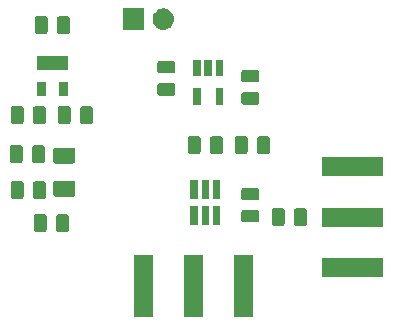
<source format=gbr>
G04 #@! TF.GenerationSoftware,KiCad,Pcbnew,(5.1.4)-1*
G04 #@! TF.CreationDate,2019-09-17T16:36:48-04:00*
G04 #@! TF.ProjectId,amplifier,616d706c-6966-4696-9572-2e6b69636164,rev?*
G04 #@! TF.SameCoordinates,Original*
G04 #@! TF.FileFunction,Soldermask,Top*
G04 #@! TF.FilePolarity,Negative*
%FSLAX46Y46*%
G04 Gerber Fmt 4.6, Leading zero omitted, Abs format (unit mm)*
G04 Created by KiCad (PCBNEW (5.1.4)-1) date 2019-09-17 16:36:48*
%MOMM*%
%LPD*%
G04 APERTURE LIST*
%ADD10C,0.100000*%
G04 APERTURE END LIST*
D10*
G36*
X126091000Y-87427000D02*
G01*
X124489000Y-87427000D01*
X124489000Y-82245000D01*
X126091000Y-82245000D01*
X126091000Y-87427000D01*
X126091000Y-87427000D01*
G37*
G36*
X134591000Y-87427000D02*
G01*
X132989000Y-87427000D01*
X132989000Y-82245000D01*
X134591000Y-82245000D01*
X134591000Y-87427000D01*
X134591000Y-87427000D01*
G37*
G36*
X130341000Y-87427000D02*
G01*
X128739000Y-87427000D01*
X128739000Y-82245000D01*
X130341000Y-82245000D01*
X130341000Y-87427000D01*
X130341000Y-87427000D01*
G37*
G36*
X145593000Y-84045000D02*
G01*
X140411000Y-84045000D01*
X140411000Y-82443000D01*
X145593000Y-82443000D01*
X145593000Y-84045000D01*
X145593000Y-84045000D01*
G37*
G36*
X118832968Y-78755565D02*
G01*
X118871638Y-78767296D01*
X118907277Y-78786346D01*
X118938517Y-78811983D01*
X118964154Y-78843223D01*
X118983204Y-78878862D01*
X118994935Y-78917532D01*
X118999500Y-78963888D01*
X118999500Y-80040112D01*
X118994935Y-80086468D01*
X118983204Y-80125138D01*
X118964154Y-80160777D01*
X118938517Y-80192017D01*
X118907277Y-80217654D01*
X118871638Y-80236704D01*
X118832968Y-80248435D01*
X118786612Y-80253000D01*
X118135388Y-80253000D01*
X118089032Y-80248435D01*
X118050362Y-80236704D01*
X118014723Y-80217654D01*
X117983483Y-80192017D01*
X117957846Y-80160777D01*
X117938796Y-80125138D01*
X117927065Y-80086468D01*
X117922500Y-80040112D01*
X117922500Y-78963888D01*
X117927065Y-78917532D01*
X117938796Y-78878862D01*
X117957846Y-78843223D01*
X117983483Y-78811983D01*
X118014723Y-78786346D01*
X118050362Y-78767296D01*
X118089032Y-78755565D01*
X118135388Y-78751000D01*
X118786612Y-78751000D01*
X118832968Y-78755565D01*
X118832968Y-78755565D01*
G37*
G36*
X116957968Y-78755565D02*
G01*
X116996638Y-78767296D01*
X117032277Y-78786346D01*
X117063517Y-78811983D01*
X117089154Y-78843223D01*
X117108204Y-78878862D01*
X117119935Y-78917532D01*
X117124500Y-78963888D01*
X117124500Y-80040112D01*
X117119935Y-80086468D01*
X117108204Y-80125138D01*
X117089154Y-80160777D01*
X117063517Y-80192017D01*
X117032277Y-80217654D01*
X116996638Y-80236704D01*
X116957968Y-80248435D01*
X116911612Y-80253000D01*
X116260388Y-80253000D01*
X116214032Y-80248435D01*
X116175362Y-80236704D01*
X116139723Y-80217654D01*
X116108483Y-80192017D01*
X116082846Y-80160777D01*
X116063796Y-80125138D01*
X116052065Y-80086468D01*
X116047500Y-80040112D01*
X116047500Y-78963888D01*
X116052065Y-78917532D01*
X116063796Y-78878862D01*
X116082846Y-78843223D01*
X116108483Y-78811983D01*
X116139723Y-78786346D01*
X116175362Y-78767296D01*
X116214032Y-78755565D01*
X116260388Y-78751000D01*
X116911612Y-78751000D01*
X116957968Y-78755565D01*
X116957968Y-78755565D01*
G37*
G36*
X145593000Y-79795000D02*
G01*
X140411000Y-79795000D01*
X140411000Y-78193000D01*
X145593000Y-78193000D01*
X145593000Y-79795000D01*
X145593000Y-79795000D01*
G37*
G36*
X138977468Y-78247565D02*
G01*
X139016138Y-78259296D01*
X139051777Y-78278346D01*
X139083017Y-78303983D01*
X139108654Y-78335223D01*
X139127704Y-78370862D01*
X139139435Y-78409532D01*
X139144000Y-78455888D01*
X139144000Y-79532112D01*
X139139435Y-79578468D01*
X139127704Y-79617138D01*
X139108654Y-79652777D01*
X139083017Y-79684017D01*
X139051777Y-79709654D01*
X139016138Y-79728704D01*
X138977468Y-79740435D01*
X138931112Y-79745000D01*
X138279888Y-79745000D01*
X138233532Y-79740435D01*
X138194862Y-79728704D01*
X138159223Y-79709654D01*
X138127983Y-79684017D01*
X138102346Y-79652777D01*
X138083296Y-79617138D01*
X138071565Y-79578468D01*
X138067000Y-79532112D01*
X138067000Y-78455888D01*
X138071565Y-78409532D01*
X138083296Y-78370862D01*
X138102346Y-78335223D01*
X138127983Y-78303983D01*
X138159223Y-78278346D01*
X138194862Y-78259296D01*
X138233532Y-78247565D01*
X138279888Y-78243000D01*
X138931112Y-78243000D01*
X138977468Y-78247565D01*
X138977468Y-78247565D01*
G37*
G36*
X137102468Y-78247565D02*
G01*
X137141138Y-78259296D01*
X137176777Y-78278346D01*
X137208017Y-78303983D01*
X137233654Y-78335223D01*
X137252704Y-78370862D01*
X137264435Y-78409532D01*
X137269000Y-78455888D01*
X137269000Y-79532112D01*
X137264435Y-79578468D01*
X137252704Y-79617138D01*
X137233654Y-79652777D01*
X137208017Y-79684017D01*
X137176777Y-79709654D01*
X137141138Y-79728704D01*
X137102468Y-79740435D01*
X137056112Y-79745000D01*
X136404888Y-79745000D01*
X136358532Y-79740435D01*
X136319862Y-79728704D01*
X136284223Y-79709654D01*
X136252983Y-79684017D01*
X136227346Y-79652777D01*
X136208296Y-79617138D01*
X136196565Y-79578468D01*
X136192000Y-79532112D01*
X136192000Y-78455888D01*
X136196565Y-78409532D01*
X136208296Y-78370862D01*
X136227346Y-78335223D01*
X136252983Y-78303983D01*
X136284223Y-78278346D01*
X136319862Y-78259296D01*
X136358532Y-78247565D01*
X136404888Y-78243000D01*
X137056112Y-78243000D01*
X137102468Y-78247565D01*
X137102468Y-78247565D01*
G37*
G36*
X131822401Y-79630600D02*
G01*
X131189601Y-79630600D01*
X131189601Y-78017400D01*
X131822401Y-78017400D01*
X131822401Y-79630600D01*
X131822401Y-79630600D01*
G37*
G36*
X130872400Y-79630600D02*
G01*
X130239600Y-79630600D01*
X130239600Y-78017400D01*
X130872400Y-78017400D01*
X130872400Y-79630600D01*
X130872400Y-79630600D01*
G37*
G36*
X129922399Y-79630600D02*
G01*
X129289599Y-79630600D01*
X129289599Y-78017400D01*
X129922399Y-78017400D01*
X129922399Y-79630600D01*
X129922399Y-79630600D01*
G37*
G36*
X134950468Y-78381565D02*
G01*
X134989138Y-78393296D01*
X135024777Y-78412346D01*
X135056017Y-78437983D01*
X135081654Y-78469223D01*
X135100704Y-78504862D01*
X135112435Y-78543532D01*
X135117000Y-78589888D01*
X135117000Y-79241112D01*
X135112435Y-79287468D01*
X135100704Y-79326138D01*
X135081654Y-79361777D01*
X135056017Y-79393017D01*
X135024777Y-79418654D01*
X134989138Y-79437704D01*
X134950468Y-79449435D01*
X134904112Y-79454000D01*
X133827888Y-79454000D01*
X133781532Y-79449435D01*
X133742862Y-79437704D01*
X133707223Y-79418654D01*
X133675983Y-79393017D01*
X133650346Y-79361777D01*
X133631296Y-79326138D01*
X133619565Y-79287468D01*
X133615000Y-79241112D01*
X133615000Y-78589888D01*
X133619565Y-78543532D01*
X133631296Y-78504862D01*
X133650346Y-78469223D01*
X133675983Y-78437983D01*
X133707223Y-78412346D01*
X133742862Y-78393296D01*
X133781532Y-78381565D01*
X133827888Y-78377000D01*
X134904112Y-78377000D01*
X134950468Y-78381565D01*
X134950468Y-78381565D01*
G37*
G36*
X134950468Y-76506565D02*
G01*
X134989138Y-76518296D01*
X135024777Y-76537346D01*
X135056017Y-76562983D01*
X135081654Y-76594223D01*
X135100704Y-76629862D01*
X135112435Y-76668532D01*
X135117000Y-76714888D01*
X135117000Y-77366112D01*
X135112435Y-77412468D01*
X135100704Y-77451138D01*
X135081654Y-77486777D01*
X135056017Y-77518017D01*
X135024777Y-77543654D01*
X134989138Y-77562704D01*
X134950468Y-77574435D01*
X134904112Y-77579000D01*
X133827888Y-77579000D01*
X133781532Y-77574435D01*
X133742862Y-77562704D01*
X133707223Y-77543654D01*
X133675983Y-77518017D01*
X133650346Y-77486777D01*
X133631296Y-77451138D01*
X133619565Y-77412468D01*
X133615000Y-77366112D01*
X133615000Y-76714888D01*
X133619565Y-76668532D01*
X133631296Y-76629862D01*
X133650346Y-76594223D01*
X133675983Y-76562983D01*
X133707223Y-76537346D01*
X133742862Y-76518296D01*
X133781532Y-76506565D01*
X133827888Y-76502000D01*
X134904112Y-76502000D01*
X134950468Y-76506565D01*
X134950468Y-76506565D01*
G37*
G36*
X116879468Y-75961565D02*
G01*
X116918138Y-75973296D01*
X116953777Y-75992346D01*
X116985017Y-76017983D01*
X117010654Y-76049223D01*
X117029704Y-76084862D01*
X117041435Y-76123532D01*
X117046000Y-76169888D01*
X117046000Y-77246112D01*
X117041435Y-77292468D01*
X117029704Y-77331138D01*
X117010654Y-77366777D01*
X116985017Y-77398017D01*
X116953777Y-77423654D01*
X116918138Y-77442704D01*
X116879468Y-77454435D01*
X116833112Y-77459000D01*
X116181888Y-77459000D01*
X116135532Y-77454435D01*
X116096862Y-77442704D01*
X116061223Y-77423654D01*
X116029983Y-77398017D01*
X116004346Y-77366777D01*
X115985296Y-77331138D01*
X115973565Y-77292468D01*
X115969000Y-77246112D01*
X115969000Y-76169888D01*
X115973565Y-76123532D01*
X115985296Y-76084862D01*
X116004346Y-76049223D01*
X116029983Y-76017983D01*
X116061223Y-75992346D01*
X116096862Y-75973296D01*
X116135532Y-75961565D01*
X116181888Y-75957000D01*
X116833112Y-75957000D01*
X116879468Y-75961565D01*
X116879468Y-75961565D01*
G37*
G36*
X115004468Y-75961565D02*
G01*
X115043138Y-75973296D01*
X115078777Y-75992346D01*
X115110017Y-76017983D01*
X115135654Y-76049223D01*
X115154704Y-76084862D01*
X115166435Y-76123532D01*
X115171000Y-76169888D01*
X115171000Y-77246112D01*
X115166435Y-77292468D01*
X115154704Y-77331138D01*
X115135654Y-77366777D01*
X115110017Y-77398017D01*
X115078777Y-77423654D01*
X115043138Y-77442704D01*
X115004468Y-77454435D01*
X114958112Y-77459000D01*
X114306888Y-77459000D01*
X114260532Y-77454435D01*
X114221862Y-77442704D01*
X114186223Y-77423654D01*
X114154983Y-77398017D01*
X114129346Y-77366777D01*
X114110296Y-77331138D01*
X114098565Y-77292468D01*
X114094000Y-77246112D01*
X114094000Y-76169888D01*
X114098565Y-76123532D01*
X114110296Y-76084862D01*
X114129346Y-76049223D01*
X114154983Y-76017983D01*
X114186223Y-75992346D01*
X114221862Y-75973296D01*
X114260532Y-75961565D01*
X114306888Y-75957000D01*
X114958112Y-75957000D01*
X115004468Y-75961565D01*
X115004468Y-75961565D01*
G37*
G36*
X129922399Y-77430600D02*
G01*
X129289599Y-77430600D01*
X129289599Y-75817400D01*
X129922399Y-75817400D01*
X129922399Y-77430600D01*
X129922399Y-77430600D01*
G37*
G36*
X131822401Y-77430600D02*
G01*
X131189601Y-77430600D01*
X131189601Y-75817400D01*
X131822401Y-75817400D01*
X131822401Y-77430600D01*
X131822401Y-77430600D01*
G37*
G36*
X130872400Y-77430600D02*
G01*
X130239600Y-77430600D01*
X130239600Y-75817400D01*
X130872400Y-75817400D01*
X130872400Y-77430600D01*
X130872400Y-77430600D01*
G37*
G36*
X119386604Y-75912347D02*
G01*
X119423144Y-75923432D01*
X119456821Y-75941433D01*
X119486341Y-75965659D01*
X119510567Y-75995179D01*
X119528568Y-76028856D01*
X119539653Y-76065396D01*
X119544000Y-76109538D01*
X119544000Y-77058462D01*
X119539653Y-77102604D01*
X119528568Y-77139144D01*
X119510567Y-77172821D01*
X119486341Y-77202341D01*
X119456821Y-77226567D01*
X119423144Y-77244568D01*
X119386604Y-77255653D01*
X119342462Y-77260000D01*
X117893538Y-77260000D01*
X117849396Y-77255653D01*
X117812856Y-77244568D01*
X117779179Y-77226567D01*
X117749659Y-77202341D01*
X117725433Y-77172821D01*
X117707432Y-77139144D01*
X117696347Y-77102604D01*
X117692000Y-77058462D01*
X117692000Y-76109538D01*
X117696347Y-76065396D01*
X117707432Y-76028856D01*
X117725433Y-75995179D01*
X117749659Y-75965659D01*
X117779179Y-75941433D01*
X117812856Y-75923432D01*
X117849396Y-75912347D01*
X117893538Y-75908000D01*
X119342462Y-75908000D01*
X119386604Y-75912347D01*
X119386604Y-75912347D01*
G37*
G36*
X145593000Y-75545000D02*
G01*
X140411000Y-75545000D01*
X140411000Y-73943000D01*
X145593000Y-73943000D01*
X145593000Y-75545000D01*
X145593000Y-75545000D01*
G37*
G36*
X119386604Y-73112347D02*
G01*
X119423144Y-73123432D01*
X119456821Y-73141433D01*
X119486341Y-73165659D01*
X119510567Y-73195179D01*
X119528568Y-73228856D01*
X119539653Y-73265396D01*
X119544000Y-73309538D01*
X119544000Y-74258462D01*
X119539653Y-74302604D01*
X119528568Y-74339144D01*
X119510567Y-74372821D01*
X119486341Y-74402341D01*
X119456821Y-74426567D01*
X119423144Y-74444568D01*
X119386604Y-74455653D01*
X119342462Y-74460000D01*
X117893538Y-74460000D01*
X117849396Y-74455653D01*
X117812856Y-74444568D01*
X117779179Y-74426567D01*
X117749659Y-74402341D01*
X117725433Y-74372821D01*
X117707432Y-74339144D01*
X117696347Y-74302604D01*
X117692000Y-74258462D01*
X117692000Y-73309538D01*
X117696347Y-73265396D01*
X117707432Y-73228856D01*
X117725433Y-73195179D01*
X117749659Y-73165659D01*
X117779179Y-73141433D01*
X117812856Y-73123432D01*
X117849396Y-73112347D01*
X117893538Y-73108000D01*
X119342462Y-73108000D01*
X119386604Y-73112347D01*
X119386604Y-73112347D01*
G37*
G36*
X116800968Y-72913565D02*
G01*
X116839638Y-72925296D01*
X116875277Y-72944346D01*
X116906517Y-72969983D01*
X116932154Y-73001223D01*
X116951204Y-73036862D01*
X116962935Y-73075532D01*
X116967500Y-73121888D01*
X116967500Y-74198112D01*
X116962935Y-74244468D01*
X116951204Y-74283138D01*
X116932154Y-74318777D01*
X116906517Y-74350017D01*
X116875277Y-74375654D01*
X116839638Y-74394704D01*
X116800968Y-74406435D01*
X116754612Y-74411000D01*
X116103388Y-74411000D01*
X116057032Y-74406435D01*
X116018362Y-74394704D01*
X115982723Y-74375654D01*
X115951483Y-74350017D01*
X115925846Y-74318777D01*
X115906796Y-74283138D01*
X115895065Y-74244468D01*
X115890500Y-74198112D01*
X115890500Y-73121888D01*
X115895065Y-73075532D01*
X115906796Y-73036862D01*
X115925846Y-73001223D01*
X115951483Y-72969983D01*
X115982723Y-72944346D01*
X116018362Y-72925296D01*
X116057032Y-72913565D01*
X116103388Y-72909000D01*
X116754612Y-72909000D01*
X116800968Y-72913565D01*
X116800968Y-72913565D01*
G37*
G36*
X114925968Y-72913565D02*
G01*
X114964638Y-72925296D01*
X115000277Y-72944346D01*
X115031517Y-72969983D01*
X115057154Y-73001223D01*
X115076204Y-73036862D01*
X115087935Y-73075532D01*
X115092500Y-73121888D01*
X115092500Y-74198112D01*
X115087935Y-74244468D01*
X115076204Y-74283138D01*
X115057154Y-74318777D01*
X115031517Y-74350017D01*
X115000277Y-74375654D01*
X114964638Y-74394704D01*
X114925968Y-74406435D01*
X114879612Y-74411000D01*
X114228388Y-74411000D01*
X114182032Y-74406435D01*
X114143362Y-74394704D01*
X114107723Y-74375654D01*
X114076483Y-74350017D01*
X114050846Y-74318777D01*
X114031796Y-74283138D01*
X114020065Y-74244468D01*
X114015500Y-74198112D01*
X114015500Y-73121888D01*
X114020065Y-73075532D01*
X114031796Y-73036862D01*
X114050846Y-73001223D01*
X114076483Y-72969983D01*
X114107723Y-72944346D01*
X114143362Y-72925296D01*
X114182032Y-72913565D01*
X114228388Y-72909000D01*
X114879612Y-72909000D01*
X114925968Y-72913565D01*
X114925968Y-72913565D01*
G37*
G36*
X129990468Y-72151565D02*
G01*
X130029138Y-72163296D01*
X130064777Y-72182346D01*
X130096017Y-72207983D01*
X130121654Y-72239223D01*
X130140704Y-72274862D01*
X130152435Y-72313532D01*
X130157000Y-72359888D01*
X130157000Y-73436112D01*
X130152435Y-73482468D01*
X130140704Y-73521138D01*
X130121654Y-73556777D01*
X130096017Y-73588017D01*
X130064777Y-73613654D01*
X130029138Y-73632704D01*
X129990468Y-73644435D01*
X129944112Y-73649000D01*
X129292888Y-73649000D01*
X129246532Y-73644435D01*
X129207862Y-73632704D01*
X129172223Y-73613654D01*
X129140983Y-73588017D01*
X129115346Y-73556777D01*
X129096296Y-73521138D01*
X129084565Y-73482468D01*
X129080000Y-73436112D01*
X129080000Y-72359888D01*
X129084565Y-72313532D01*
X129096296Y-72274862D01*
X129115346Y-72239223D01*
X129140983Y-72207983D01*
X129172223Y-72182346D01*
X129207862Y-72163296D01*
X129246532Y-72151565D01*
X129292888Y-72147000D01*
X129944112Y-72147000D01*
X129990468Y-72151565D01*
X129990468Y-72151565D01*
G37*
G36*
X135850968Y-72151565D02*
G01*
X135889638Y-72163296D01*
X135925277Y-72182346D01*
X135956517Y-72207983D01*
X135982154Y-72239223D01*
X136001204Y-72274862D01*
X136012935Y-72313532D01*
X136017500Y-72359888D01*
X136017500Y-73436112D01*
X136012935Y-73482468D01*
X136001204Y-73521138D01*
X135982154Y-73556777D01*
X135956517Y-73588017D01*
X135925277Y-73613654D01*
X135889638Y-73632704D01*
X135850968Y-73644435D01*
X135804612Y-73649000D01*
X135153388Y-73649000D01*
X135107032Y-73644435D01*
X135068362Y-73632704D01*
X135032723Y-73613654D01*
X135001483Y-73588017D01*
X134975846Y-73556777D01*
X134956796Y-73521138D01*
X134945065Y-73482468D01*
X134940500Y-73436112D01*
X134940500Y-72359888D01*
X134945065Y-72313532D01*
X134956796Y-72274862D01*
X134975846Y-72239223D01*
X135001483Y-72207983D01*
X135032723Y-72182346D01*
X135068362Y-72163296D01*
X135107032Y-72151565D01*
X135153388Y-72147000D01*
X135804612Y-72147000D01*
X135850968Y-72151565D01*
X135850968Y-72151565D01*
G37*
G36*
X131865468Y-72151565D02*
G01*
X131904138Y-72163296D01*
X131939777Y-72182346D01*
X131971017Y-72207983D01*
X131996654Y-72239223D01*
X132015704Y-72274862D01*
X132027435Y-72313532D01*
X132032000Y-72359888D01*
X132032000Y-73436112D01*
X132027435Y-73482468D01*
X132015704Y-73521138D01*
X131996654Y-73556777D01*
X131971017Y-73588017D01*
X131939777Y-73613654D01*
X131904138Y-73632704D01*
X131865468Y-73644435D01*
X131819112Y-73649000D01*
X131167888Y-73649000D01*
X131121532Y-73644435D01*
X131082862Y-73632704D01*
X131047223Y-73613654D01*
X131015983Y-73588017D01*
X130990346Y-73556777D01*
X130971296Y-73521138D01*
X130959565Y-73482468D01*
X130955000Y-73436112D01*
X130955000Y-72359888D01*
X130959565Y-72313532D01*
X130971296Y-72274862D01*
X130990346Y-72239223D01*
X131015983Y-72207983D01*
X131047223Y-72182346D01*
X131082862Y-72163296D01*
X131121532Y-72151565D01*
X131167888Y-72147000D01*
X131819112Y-72147000D01*
X131865468Y-72151565D01*
X131865468Y-72151565D01*
G37*
G36*
X133975968Y-72151565D02*
G01*
X134014638Y-72163296D01*
X134050277Y-72182346D01*
X134081517Y-72207983D01*
X134107154Y-72239223D01*
X134126204Y-72274862D01*
X134137935Y-72313532D01*
X134142500Y-72359888D01*
X134142500Y-73436112D01*
X134137935Y-73482468D01*
X134126204Y-73521138D01*
X134107154Y-73556777D01*
X134081517Y-73588017D01*
X134050277Y-73613654D01*
X134014638Y-73632704D01*
X133975968Y-73644435D01*
X133929612Y-73649000D01*
X133278388Y-73649000D01*
X133232032Y-73644435D01*
X133193362Y-73632704D01*
X133157723Y-73613654D01*
X133126483Y-73588017D01*
X133100846Y-73556777D01*
X133081796Y-73521138D01*
X133070065Y-73482468D01*
X133065500Y-73436112D01*
X133065500Y-72359888D01*
X133070065Y-72313532D01*
X133081796Y-72274862D01*
X133100846Y-72239223D01*
X133126483Y-72207983D01*
X133157723Y-72182346D01*
X133193362Y-72163296D01*
X133232032Y-72151565D01*
X133278388Y-72147000D01*
X133929612Y-72147000D01*
X133975968Y-72151565D01*
X133975968Y-72151565D01*
G37*
G36*
X115004468Y-69611565D02*
G01*
X115043138Y-69623296D01*
X115078777Y-69642346D01*
X115110017Y-69667983D01*
X115135654Y-69699223D01*
X115154704Y-69734862D01*
X115166435Y-69773532D01*
X115171000Y-69819888D01*
X115171000Y-70896112D01*
X115166435Y-70942468D01*
X115154704Y-70981138D01*
X115135654Y-71016777D01*
X115110017Y-71048017D01*
X115078777Y-71073654D01*
X115043138Y-71092704D01*
X115004468Y-71104435D01*
X114958112Y-71109000D01*
X114306888Y-71109000D01*
X114260532Y-71104435D01*
X114221862Y-71092704D01*
X114186223Y-71073654D01*
X114154983Y-71048017D01*
X114129346Y-71016777D01*
X114110296Y-70981138D01*
X114098565Y-70942468D01*
X114094000Y-70896112D01*
X114094000Y-69819888D01*
X114098565Y-69773532D01*
X114110296Y-69734862D01*
X114129346Y-69699223D01*
X114154983Y-69667983D01*
X114186223Y-69642346D01*
X114221862Y-69623296D01*
X114260532Y-69611565D01*
X114306888Y-69607000D01*
X114958112Y-69607000D01*
X115004468Y-69611565D01*
X115004468Y-69611565D01*
G37*
G36*
X120864968Y-69611565D02*
G01*
X120903638Y-69623296D01*
X120939277Y-69642346D01*
X120970517Y-69667983D01*
X120996154Y-69699223D01*
X121015204Y-69734862D01*
X121026935Y-69773532D01*
X121031500Y-69819888D01*
X121031500Y-70896112D01*
X121026935Y-70942468D01*
X121015204Y-70981138D01*
X120996154Y-71016777D01*
X120970517Y-71048017D01*
X120939277Y-71073654D01*
X120903638Y-71092704D01*
X120864968Y-71104435D01*
X120818612Y-71109000D01*
X120167388Y-71109000D01*
X120121032Y-71104435D01*
X120082362Y-71092704D01*
X120046723Y-71073654D01*
X120015483Y-71048017D01*
X119989846Y-71016777D01*
X119970796Y-70981138D01*
X119959065Y-70942468D01*
X119954500Y-70896112D01*
X119954500Y-69819888D01*
X119959065Y-69773532D01*
X119970796Y-69734862D01*
X119989846Y-69699223D01*
X120015483Y-69667983D01*
X120046723Y-69642346D01*
X120082362Y-69623296D01*
X120121032Y-69611565D01*
X120167388Y-69607000D01*
X120818612Y-69607000D01*
X120864968Y-69611565D01*
X120864968Y-69611565D01*
G37*
G36*
X116879468Y-69611565D02*
G01*
X116918138Y-69623296D01*
X116953777Y-69642346D01*
X116985017Y-69667983D01*
X117010654Y-69699223D01*
X117029704Y-69734862D01*
X117041435Y-69773532D01*
X117046000Y-69819888D01*
X117046000Y-70896112D01*
X117041435Y-70942468D01*
X117029704Y-70981138D01*
X117010654Y-71016777D01*
X116985017Y-71048017D01*
X116953777Y-71073654D01*
X116918138Y-71092704D01*
X116879468Y-71104435D01*
X116833112Y-71109000D01*
X116181888Y-71109000D01*
X116135532Y-71104435D01*
X116096862Y-71092704D01*
X116061223Y-71073654D01*
X116029983Y-71048017D01*
X116004346Y-71016777D01*
X115985296Y-70981138D01*
X115973565Y-70942468D01*
X115969000Y-70896112D01*
X115969000Y-69819888D01*
X115973565Y-69773532D01*
X115985296Y-69734862D01*
X116004346Y-69699223D01*
X116029983Y-69667983D01*
X116061223Y-69642346D01*
X116096862Y-69623296D01*
X116135532Y-69611565D01*
X116181888Y-69607000D01*
X116833112Y-69607000D01*
X116879468Y-69611565D01*
X116879468Y-69611565D01*
G37*
G36*
X118989968Y-69611565D02*
G01*
X119028638Y-69623296D01*
X119064277Y-69642346D01*
X119095517Y-69667983D01*
X119121154Y-69699223D01*
X119140204Y-69734862D01*
X119151935Y-69773532D01*
X119156500Y-69819888D01*
X119156500Y-70896112D01*
X119151935Y-70942468D01*
X119140204Y-70981138D01*
X119121154Y-71016777D01*
X119095517Y-71048017D01*
X119064277Y-71073654D01*
X119028638Y-71092704D01*
X118989968Y-71104435D01*
X118943612Y-71109000D01*
X118292388Y-71109000D01*
X118246032Y-71104435D01*
X118207362Y-71092704D01*
X118171723Y-71073654D01*
X118140483Y-71048017D01*
X118114846Y-71016777D01*
X118095796Y-70981138D01*
X118084065Y-70942468D01*
X118079500Y-70896112D01*
X118079500Y-69819888D01*
X118084065Y-69773532D01*
X118095796Y-69734862D01*
X118114846Y-69699223D01*
X118140483Y-69667983D01*
X118171723Y-69642346D01*
X118207362Y-69623296D01*
X118246032Y-69611565D01*
X118292388Y-69607000D01*
X118943612Y-69607000D01*
X118989968Y-69611565D01*
X118989968Y-69611565D01*
G37*
G36*
X134950468Y-68397065D02*
G01*
X134989138Y-68408796D01*
X135024777Y-68427846D01*
X135056017Y-68453483D01*
X135081654Y-68484723D01*
X135100704Y-68520362D01*
X135112435Y-68559032D01*
X135117000Y-68605388D01*
X135117000Y-69256612D01*
X135112435Y-69302968D01*
X135100704Y-69341638D01*
X135081654Y-69377277D01*
X135056017Y-69408517D01*
X135024777Y-69434154D01*
X134989138Y-69453204D01*
X134950468Y-69464935D01*
X134904112Y-69469500D01*
X133827888Y-69469500D01*
X133781532Y-69464935D01*
X133742862Y-69453204D01*
X133707223Y-69434154D01*
X133675983Y-69408517D01*
X133650346Y-69377277D01*
X133631296Y-69341638D01*
X133619565Y-69302968D01*
X133615000Y-69256612D01*
X133615000Y-68605388D01*
X133619565Y-68559032D01*
X133631296Y-68520362D01*
X133650346Y-68484723D01*
X133675983Y-68453483D01*
X133707223Y-68427846D01*
X133742862Y-68408796D01*
X133781532Y-68397065D01*
X133827888Y-68392500D01*
X134904112Y-68392500D01*
X134950468Y-68397065D01*
X134950468Y-68397065D01*
G37*
G36*
X132092900Y-69469200D02*
G01*
X131432100Y-69469200D01*
X131432100Y-68097200D01*
X132092900Y-68097200D01*
X132092900Y-69469200D01*
X132092900Y-69469200D01*
G37*
G36*
X130187900Y-69469200D02*
G01*
X129527100Y-69469200D01*
X129527100Y-68097200D01*
X130187900Y-68097200D01*
X130187900Y-69469200D01*
X130187900Y-69469200D01*
G37*
G36*
X118928000Y-68737000D02*
G01*
X118176000Y-68737000D01*
X118176000Y-67575000D01*
X118928000Y-67575000D01*
X118928000Y-68737000D01*
X118928000Y-68737000D01*
G37*
G36*
X117028000Y-68737000D02*
G01*
X116276000Y-68737000D01*
X116276000Y-67575000D01*
X117028000Y-67575000D01*
X117028000Y-68737000D01*
X117028000Y-68737000D01*
G37*
G36*
X127838468Y-67635065D02*
G01*
X127877138Y-67646796D01*
X127912777Y-67665846D01*
X127944017Y-67691483D01*
X127969654Y-67722723D01*
X127988704Y-67758362D01*
X128000435Y-67797032D01*
X128005000Y-67843388D01*
X128005000Y-68494612D01*
X128000435Y-68540968D01*
X127988704Y-68579638D01*
X127969654Y-68615277D01*
X127944017Y-68646517D01*
X127912777Y-68672154D01*
X127877138Y-68691204D01*
X127838468Y-68702935D01*
X127792112Y-68707500D01*
X126715888Y-68707500D01*
X126669532Y-68702935D01*
X126630862Y-68691204D01*
X126595223Y-68672154D01*
X126563983Y-68646517D01*
X126538346Y-68615277D01*
X126519296Y-68579638D01*
X126507565Y-68540968D01*
X126503000Y-68494612D01*
X126503000Y-67843388D01*
X126507565Y-67797032D01*
X126519296Y-67758362D01*
X126538346Y-67722723D01*
X126563983Y-67691483D01*
X126595223Y-67665846D01*
X126630862Y-67646796D01*
X126669532Y-67635065D01*
X126715888Y-67630500D01*
X127792112Y-67630500D01*
X127838468Y-67635065D01*
X127838468Y-67635065D01*
G37*
G36*
X134950468Y-66522065D02*
G01*
X134989138Y-66533796D01*
X135024777Y-66552846D01*
X135056017Y-66578483D01*
X135081654Y-66609723D01*
X135100704Y-66645362D01*
X135112435Y-66684032D01*
X135117000Y-66730388D01*
X135117000Y-67381612D01*
X135112435Y-67427968D01*
X135100704Y-67466638D01*
X135081654Y-67502277D01*
X135056017Y-67533517D01*
X135024777Y-67559154D01*
X134989138Y-67578204D01*
X134950468Y-67589935D01*
X134904112Y-67594500D01*
X133827888Y-67594500D01*
X133781532Y-67589935D01*
X133742862Y-67578204D01*
X133707223Y-67559154D01*
X133675983Y-67533517D01*
X133650346Y-67502277D01*
X133631296Y-67466638D01*
X133619565Y-67427968D01*
X133615000Y-67381612D01*
X133615000Y-66730388D01*
X133619565Y-66684032D01*
X133631296Y-66645362D01*
X133650346Y-66609723D01*
X133675983Y-66578483D01*
X133707223Y-66552846D01*
X133742862Y-66533796D01*
X133781532Y-66522065D01*
X133827888Y-66517500D01*
X134904112Y-66517500D01*
X134950468Y-66522065D01*
X134950468Y-66522065D01*
G37*
G36*
X132092900Y-67030800D02*
G01*
X131432100Y-67030800D01*
X131432100Y-65658800D01*
X132092900Y-65658800D01*
X132092900Y-67030800D01*
X132092900Y-67030800D01*
G37*
G36*
X130187900Y-67030800D02*
G01*
X129527100Y-67030800D01*
X129527100Y-65658800D01*
X130187900Y-65658800D01*
X130187900Y-67030800D01*
X130187900Y-67030800D01*
G37*
G36*
X131140400Y-67030800D02*
G01*
X130479600Y-67030800D01*
X130479600Y-65658800D01*
X131140400Y-65658800D01*
X131140400Y-67030800D01*
X131140400Y-67030800D01*
G37*
G36*
X127838468Y-65760065D02*
G01*
X127877138Y-65771796D01*
X127912777Y-65790846D01*
X127944017Y-65816483D01*
X127969654Y-65847723D01*
X127988704Y-65883362D01*
X128000435Y-65922032D01*
X128005000Y-65968388D01*
X128005000Y-66619612D01*
X128000435Y-66665968D01*
X127988704Y-66704638D01*
X127969654Y-66740277D01*
X127944017Y-66771517D01*
X127912777Y-66797154D01*
X127877138Y-66816204D01*
X127838468Y-66827935D01*
X127792112Y-66832500D01*
X126715888Y-66832500D01*
X126669532Y-66827935D01*
X126630862Y-66816204D01*
X126595223Y-66797154D01*
X126563983Y-66771517D01*
X126538346Y-66740277D01*
X126519296Y-66704638D01*
X126507565Y-66665968D01*
X126503000Y-66619612D01*
X126503000Y-65968388D01*
X126507565Y-65922032D01*
X126519296Y-65883362D01*
X126538346Y-65847723D01*
X126563983Y-65816483D01*
X126595223Y-65790846D01*
X126630862Y-65771796D01*
X126669532Y-65760065D01*
X126715888Y-65755500D01*
X127792112Y-65755500D01*
X127838468Y-65760065D01*
X127838468Y-65760065D01*
G37*
G36*
X118928000Y-66537000D02*
G01*
X116276000Y-66537000D01*
X116276000Y-65375000D01*
X118928000Y-65375000D01*
X118928000Y-66537000D01*
X118928000Y-66537000D01*
G37*
G36*
X118911468Y-61991565D02*
G01*
X118950138Y-62003296D01*
X118985777Y-62022346D01*
X119017017Y-62047983D01*
X119042654Y-62079223D01*
X119061704Y-62114862D01*
X119073435Y-62153532D01*
X119078000Y-62199888D01*
X119078000Y-63276112D01*
X119073435Y-63322468D01*
X119061704Y-63361138D01*
X119042654Y-63396777D01*
X119017017Y-63428017D01*
X118985777Y-63453654D01*
X118950138Y-63472704D01*
X118911468Y-63484435D01*
X118865112Y-63489000D01*
X118213888Y-63489000D01*
X118167532Y-63484435D01*
X118128862Y-63472704D01*
X118093223Y-63453654D01*
X118061983Y-63428017D01*
X118036346Y-63396777D01*
X118017296Y-63361138D01*
X118005565Y-63322468D01*
X118001000Y-63276112D01*
X118001000Y-62199888D01*
X118005565Y-62153532D01*
X118017296Y-62114862D01*
X118036346Y-62079223D01*
X118061983Y-62047983D01*
X118093223Y-62022346D01*
X118128862Y-62003296D01*
X118167532Y-61991565D01*
X118213888Y-61987000D01*
X118865112Y-61987000D01*
X118911468Y-61991565D01*
X118911468Y-61991565D01*
G37*
G36*
X117036468Y-61991565D02*
G01*
X117075138Y-62003296D01*
X117110777Y-62022346D01*
X117142017Y-62047983D01*
X117167654Y-62079223D01*
X117186704Y-62114862D01*
X117198435Y-62153532D01*
X117203000Y-62199888D01*
X117203000Y-63276112D01*
X117198435Y-63322468D01*
X117186704Y-63361138D01*
X117167654Y-63396777D01*
X117142017Y-63428017D01*
X117110777Y-63453654D01*
X117075138Y-63472704D01*
X117036468Y-63484435D01*
X116990112Y-63489000D01*
X116338888Y-63489000D01*
X116292532Y-63484435D01*
X116253862Y-63472704D01*
X116218223Y-63453654D01*
X116186983Y-63428017D01*
X116161346Y-63396777D01*
X116142296Y-63361138D01*
X116130565Y-63322468D01*
X116126000Y-63276112D01*
X116126000Y-62199888D01*
X116130565Y-62153532D01*
X116142296Y-62114862D01*
X116161346Y-62079223D01*
X116186983Y-62047983D01*
X116218223Y-62022346D01*
X116253862Y-62003296D01*
X116292532Y-61991565D01*
X116338888Y-61987000D01*
X116990112Y-61987000D01*
X117036468Y-61991565D01*
X117036468Y-61991565D01*
G37*
G36*
X125361000Y-63131000D02*
G01*
X123559000Y-63131000D01*
X123559000Y-61329000D01*
X125361000Y-61329000D01*
X125361000Y-63131000D01*
X125361000Y-63131000D01*
G37*
G36*
X127110443Y-61335519D02*
G01*
X127176627Y-61342037D01*
X127346466Y-61393557D01*
X127502991Y-61477222D01*
X127538729Y-61506552D01*
X127640186Y-61589814D01*
X127723448Y-61691271D01*
X127752778Y-61727009D01*
X127836443Y-61883534D01*
X127887963Y-62053373D01*
X127905359Y-62230000D01*
X127887963Y-62406627D01*
X127836443Y-62576466D01*
X127752778Y-62732991D01*
X127723448Y-62768729D01*
X127640186Y-62870186D01*
X127538729Y-62953448D01*
X127502991Y-62982778D01*
X127346466Y-63066443D01*
X127176627Y-63117963D01*
X127110443Y-63124481D01*
X127044260Y-63131000D01*
X126955740Y-63131000D01*
X126889557Y-63124481D01*
X126823373Y-63117963D01*
X126653534Y-63066443D01*
X126497009Y-62982778D01*
X126461271Y-62953448D01*
X126359814Y-62870186D01*
X126276552Y-62768729D01*
X126247222Y-62732991D01*
X126163557Y-62576466D01*
X126112037Y-62406627D01*
X126094641Y-62230000D01*
X126112037Y-62053373D01*
X126163557Y-61883534D01*
X126247222Y-61727009D01*
X126276552Y-61691271D01*
X126359814Y-61589814D01*
X126461271Y-61506552D01*
X126497009Y-61477222D01*
X126653534Y-61393557D01*
X126823373Y-61342037D01*
X126889557Y-61335519D01*
X126955740Y-61329000D01*
X127044260Y-61329000D01*
X127110443Y-61335519D01*
X127110443Y-61335519D01*
G37*
M02*

</source>
